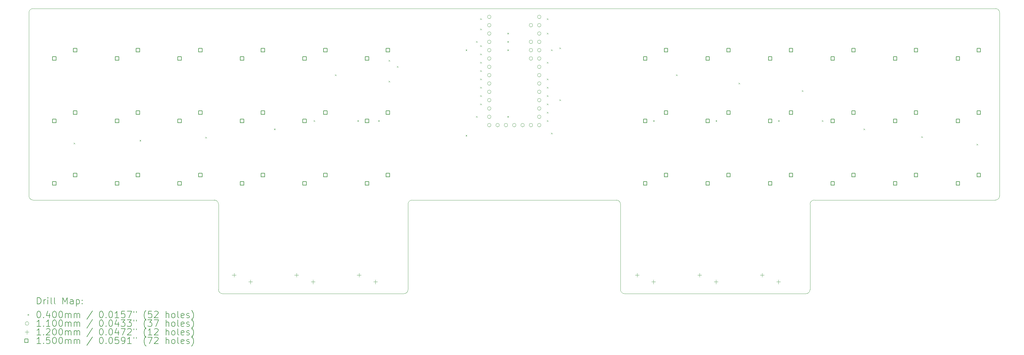
<source format=gbr>
%TF.GenerationSoftware,KiCad,Pcbnew,(6.0.7)*%
%TF.CreationDate,2022-10-12T10:08:04+02:00*%
%TF.ProjectId,cmdr_mainboard,636d6472-5f6d-4616-996e-626f6172642e,rev?*%
%TF.SameCoordinates,Original*%
%TF.FileFunction,Drillmap*%
%TF.FilePolarity,Positive*%
%FSLAX45Y45*%
G04 Gerber Fmt 4.5, Leading zero omitted, Abs format (unit mm)*
G04 Created by KiCad (PCBNEW (6.0.7)) date 2022-10-12 10:08:04*
%MOMM*%
%LPD*%
G01*
G04 APERTURE LIST*
%ADD10C,0.050000*%
%ADD11C,0.200000*%
%ADD12C,0.040000*%
%ADD13C,0.110000*%
%ADD14C,0.120000*%
%ADD15C,0.150000*%
G04 APERTURE END LIST*
D10*
X6223000Y-16510000D02*
G75*
G03*
X6350000Y-16637000I127000J0D01*
G01*
X17907000Y-16637000D02*
G75*
G03*
X17780000Y-16764000I0J-127000D01*
G01*
X30162500Y-16637000D02*
G75*
G03*
X30035500Y-16764000I0J-127000D01*
G01*
X35814000Y-16510000D02*
X35814633Y-10922000D01*
X6350000Y-16637000D02*
X11874500Y-16637000D01*
X17780000Y-16764000D02*
X17780000Y-19367500D01*
X29908500Y-19494500D02*
X24384000Y-19494500D01*
X30162500Y-16637000D02*
X35687000Y-16637000D01*
X30035500Y-16764000D02*
X30035500Y-19367500D01*
X17653000Y-19494500D02*
X12128500Y-19494500D01*
X35814633Y-10922000D02*
G75*
G03*
X35699700Y-10795000I-127633J0D01*
G01*
X12001500Y-19367500D02*
G75*
G03*
X12128500Y-19494500I127000J0D01*
G01*
X17653000Y-19494500D02*
G75*
G03*
X17780000Y-19367500I0J127000D01*
G01*
X12001500Y-19367500D02*
X12001500Y-16764000D01*
X35699700Y-10795000D02*
X6350000Y-10795000D01*
X12001500Y-16764000D02*
G75*
G03*
X11874500Y-16637000I-127000J0D01*
G01*
X29908500Y-19494500D02*
G75*
G03*
X30035500Y-19367500I0J127000D01*
G01*
X24257000Y-19367500D02*
G75*
G03*
X24384000Y-19494500I127000J0D01*
G01*
X35687000Y-16637000D02*
G75*
G03*
X35814000Y-16510000I0J127000D01*
G01*
X24257000Y-16764000D02*
G75*
G03*
X24130000Y-16637000I-127000J0D01*
G01*
X24257000Y-19367500D02*
X24257000Y-16764000D01*
X6223000Y-10922000D02*
X6223000Y-16510000D01*
X6350000Y-10795000D02*
G75*
G03*
X6223000Y-10922000I0J-127000D01*
G01*
X24130000Y-16637000D02*
X17907000Y-16637000D01*
D11*
D12*
X7587250Y-14889750D02*
X7627250Y-14929750D01*
X7627250Y-14889750D02*
X7587250Y-14929750D01*
X9598159Y-14805159D02*
X9638159Y-14845159D01*
X9638159Y-14805159D02*
X9598159Y-14845159D01*
X11598409Y-14709909D02*
X11638409Y-14749909D01*
X11638409Y-14709909D02*
X11598409Y-14749909D01*
X13696000Y-14458000D02*
X13736000Y-14498000D01*
X13736000Y-14458000D02*
X13696000Y-14498000D01*
X14902500Y-14204000D02*
X14942500Y-14244000D01*
X14942500Y-14204000D02*
X14902500Y-14244000D01*
X15551161Y-12807000D02*
X15591161Y-12847000D01*
X15591161Y-12807000D02*
X15551161Y-12847000D01*
X16236000Y-14204000D02*
X16276000Y-14244000D01*
X16276000Y-14204000D02*
X16236000Y-14244000D01*
X16871000Y-14204000D02*
X16911000Y-14244000D01*
X16911000Y-14204000D02*
X16871000Y-14244000D01*
X17188500Y-12362500D02*
X17228500Y-12402500D01*
X17228500Y-12362500D02*
X17188500Y-12402500D01*
X17188500Y-12997500D02*
X17228500Y-13037500D01*
X17228500Y-12997500D02*
X17188500Y-13037500D01*
X17442500Y-12553000D02*
X17482500Y-12593000D01*
X17482500Y-12553000D02*
X17442500Y-12593000D01*
X19538000Y-12045000D02*
X19578000Y-12085000D01*
X19578000Y-12045000D02*
X19538000Y-12085000D01*
X19538000Y-14648500D02*
X19578000Y-14688500D01*
X19578000Y-14648500D02*
X19538000Y-14688500D01*
X19855500Y-11791000D02*
X19895500Y-11831000D01*
X19895500Y-11791000D02*
X19855500Y-11831000D01*
X19855500Y-14077000D02*
X19895500Y-14117000D01*
X19895500Y-14077000D02*
X19855500Y-14117000D01*
X19982500Y-11092500D02*
X20022500Y-11132500D01*
X20022500Y-11092500D02*
X19982500Y-11132500D01*
X19982500Y-11410000D02*
X20022500Y-11450000D01*
X20022500Y-11410000D02*
X19982500Y-11450000D01*
X19982500Y-11918000D02*
X20022500Y-11958000D01*
X20022500Y-11918000D02*
X19982500Y-11958000D01*
X19982500Y-12172000D02*
X20022500Y-12212000D01*
X20022500Y-12172000D02*
X19982500Y-12212000D01*
X19982500Y-12426000D02*
X20022500Y-12466000D01*
X20022500Y-12426000D02*
X19982500Y-12466000D01*
X19982500Y-12680000D02*
X20022500Y-12720000D01*
X20022500Y-12680000D02*
X19982500Y-12720000D01*
X19982500Y-12934000D02*
X20022500Y-12974000D01*
X20022500Y-12934000D02*
X19982500Y-12974000D01*
X19982500Y-13188000D02*
X20022500Y-13228000D01*
X20022500Y-13188000D02*
X19982500Y-13228000D01*
X19982500Y-13442000D02*
X20022500Y-13482000D01*
X20022500Y-13442000D02*
X19982500Y-13482000D01*
X19982500Y-13696000D02*
X20022500Y-13736000D01*
X20022500Y-13696000D02*
X19982500Y-13736000D01*
X20808000Y-11537000D02*
X20848000Y-11577000D01*
X20848000Y-11537000D02*
X20808000Y-11577000D01*
X20808000Y-11791000D02*
X20848000Y-11831000D01*
X20848000Y-11791000D02*
X20808000Y-11831000D01*
X20808000Y-12045000D02*
X20848000Y-12085000D01*
X20848000Y-12045000D02*
X20808000Y-12085000D01*
X20808000Y-14077000D02*
X20848000Y-14117000D01*
X20848000Y-14077000D02*
X20808000Y-14117000D01*
X22014500Y-11092500D02*
X22054500Y-11132500D01*
X22054500Y-11092500D02*
X22014500Y-11132500D01*
X22014500Y-11537000D02*
X22054500Y-11577000D01*
X22054500Y-11537000D02*
X22014500Y-11577000D01*
X22014500Y-12426000D02*
X22054500Y-12466000D01*
X22054500Y-12426000D02*
X22014500Y-12466000D01*
X22014500Y-12934000D02*
X22054500Y-12974000D01*
X22054500Y-12934000D02*
X22014500Y-12974000D01*
X22014500Y-13188000D02*
X22054500Y-13228000D01*
X22054500Y-13188000D02*
X22014500Y-13228000D01*
X22014500Y-13442000D02*
X22054500Y-13482000D01*
X22054500Y-13442000D02*
X22014500Y-13482000D01*
X22014500Y-13696000D02*
X22054500Y-13736000D01*
X22054500Y-13696000D02*
X22014500Y-13736000D01*
X22014500Y-13950000D02*
X22054500Y-13990000D01*
X22054500Y-13950000D02*
X22014500Y-13990000D01*
X22014500Y-14204000D02*
X22054500Y-14244000D01*
X22054500Y-14204000D02*
X22014500Y-14244000D01*
X22141500Y-12045000D02*
X22181500Y-12085000D01*
X22181500Y-12045000D02*
X22141500Y-12085000D01*
X22141500Y-14585000D02*
X22181500Y-14625000D01*
X22181500Y-14585000D02*
X22141500Y-14625000D01*
X22395500Y-11981500D02*
X22435500Y-12021500D01*
X22435500Y-11981500D02*
X22395500Y-12021500D01*
X22395500Y-13569000D02*
X22435500Y-13609000D01*
X22435500Y-13569000D02*
X22395500Y-13609000D01*
X25253000Y-14204000D02*
X25293000Y-14244000D01*
X25293000Y-14204000D02*
X25253000Y-14244000D01*
X25951500Y-12807000D02*
X25991500Y-12847000D01*
X25991500Y-12807000D02*
X25951500Y-12847000D01*
X27158000Y-14204000D02*
X27198000Y-14244000D01*
X27198000Y-14204000D02*
X27158000Y-14244000D01*
X27856500Y-13061000D02*
X27896500Y-13101000D01*
X27896500Y-13061000D02*
X27856500Y-13101000D01*
X29063000Y-14204000D02*
X29103000Y-14244000D01*
X29103000Y-14204000D02*
X29063000Y-14244000D01*
X29788262Y-13288238D02*
X29828262Y-13328238D01*
X29828262Y-13288238D02*
X29788262Y-13328238D01*
X30396500Y-14204000D02*
X30436500Y-14244000D01*
X30436500Y-14204000D02*
X30396500Y-14244000D01*
X31666500Y-14458000D02*
X31706500Y-14498000D01*
X31706500Y-14458000D02*
X31666500Y-14498000D01*
X33426104Y-14693604D02*
X33466104Y-14733604D01*
X33466104Y-14693604D02*
X33426104Y-14733604D01*
X35114500Y-14921500D02*
X35154500Y-14961500D01*
X35154500Y-14921500D02*
X35114500Y-14961500D01*
D13*
X20311500Y-11049000D02*
G75*
G03*
X20311500Y-11049000I-55000J0D01*
G01*
X20311500Y-11303000D02*
G75*
G03*
X20311500Y-11303000I-55000J0D01*
G01*
X20311500Y-11557000D02*
G75*
G03*
X20311500Y-11557000I-55000J0D01*
G01*
X20311500Y-11811000D02*
G75*
G03*
X20311500Y-11811000I-55000J0D01*
G01*
X20311500Y-12065000D02*
G75*
G03*
X20311500Y-12065000I-55000J0D01*
G01*
X20311500Y-12319000D02*
G75*
G03*
X20311500Y-12319000I-55000J0D01*
G01*
X20311500Y-12573000D02*
G75*
G03*
X20311500Y-12573000I-55000J0D01*
G01*
X20311500Y-12827000D02*
G75*
G03*
X20311500Y-12827000I-55000J0D01*
G01*
X20311500Y-13081000D02*
G75*
G03*
X20311500Y-13081000I-55000J0D01*
G01*
X20311500Y-13335000D02*
G75*
G03*
X20311500Y-13335000I-55000J0D01*
G01*
X20311500Y-13589000D02*
G75*
G03*
X20311500Y-13589000I-55000J0D01*
G01*
X20311500Y-13843000D02*
G75*
G03*
X20311500Y-13843000I-55000J0D01*
G01*
X20311500Y-14097000D02*
G75*
G03*
X20311500Y-14097000I-55000J0D01*
G01*
X20311500Y-14351000D02*
G75*
G03*
X20311500Y-14351000I-55000J0D01*
G01*
X20565500Y-14351000D02*
G75*
G03*
X20565500Y-14351000I-55000J0D01*
G01*
X20819500Y-14351000D02*
G75*
G03*
X20819500Y-14351000I-55000J0D01*
G01*
X21073500Y-14351000D02*
G75*
G03*
X21073500Y-14351000I-55000J0D01*
G01*
X21327500Y-14351000D02*
G75*
G03*
X21327500Y-14351000I-55000J0D01*
G01*
X21581500Y-11303000D02*
G75*
G03*
X21581500Y-11303000I-55000J0D01*
G01*
X21581500Y-11811000D02*
G75*
G03*
X21581500Y-11811000I-55000J0D01*
G01*
X21581500Y-12065000D02*
G75*
G03*
X21581500Y-12065000I-55000J0D01*
G01*
X21581500Y-12319000D02*
G75*
G03*
X21581500Y-12319000I-55000J0D01*
G01*
X21581500Y-14351000D02*
G75*
G03*
X21581500Y-14351000I-55000J0D01*
G01*
X21835500Y-11049000D02*
G75*
G03*
X21835500Y-11049000I-55000J0D01*
G01*
X21835500Y-11303000D02*
G75*
G03*
X21835500Y-11303000I-55000J0D01*
G01*
X21835500Y-11557000D02*
G75*
G03*
X21835500Y-11557000I-55000J0D01*
G01*
X21835500Y-11811000D02*
G75*
G03*
X21835500Y-11811000I-55000J0D01*
G01*
X21835500Y-12065000D02*
G75*
G03*
X21835500Y-12065000I-55000J0D01*
G01*
X21835500Y-12319000D02*
G75*
G03*
X21835500Y-12319000I-55000J0D01*
G01*
X21835500Y-12573000D02*
G75*
G03*
X21835500Y-12573000I-55000J0D01*
G01*
X21835500Y-12827000D02*
G75*
G03*
X21835500Y-12827000I-55000J0D01*
G01*
X21835500Y-13081000D02*
G75*
G03*
X21835500Y-13081000I-55000J0D01*
G01*
X21835500Y-13335000D02*
G75*
G03*
X21835500Y-13335000I-55000J0D01*
G01*
X21835500Y-13589000D02*
G75*
G03*
X21835500Y-13589000I-55000J0D01*
G01*
X21835500Y-13843000D02*
G75*
G03*
X21835500Y-13843000I-55000J0D01*
G01*
X21835500Y-14097000D02*
G75*
G03*
X21835500Y-14097000I-55000J0D01*
G01*
X21835500Y-14351000D02*
G75*
G03*
X21835500Y-14351000I-55000J0D01*
G01*
D14*
X12475318Y-18862000D02*
X12475318Y-18982000D01*
X12415318Y-18922000D02*
X12535318Y-18922000D01*
X12975318Y-19072000D02*
X12975318Y-19192000D01*
X12915318Y-19132000D02*
X13035318Y-19132000D01*
X14380318Y-18862000D02*
X14380318Y-18982000D01*
X14320318Y-18922000D02*
X14440318Y-18922000D01*
X14880318Y-19072000D02*
X14880318Y-19192000D01*
X14820318Y-19132000D02*
X14940318Y-19132000D01*
X16285318Y-18862000D02*
X16285318Y-18982000D01*
X16225318Y-18922000D02*
X16345318Y-18922000D01*
X16785318Y-19072000D02*
X16785318Y-19192000D01*
X16725318Y-19132000D02*
X16845318Y-19132000D01*
X24761708Y-18862000D02*
X24761708Y-18982000D01*
X24701708Y-18922000D02*
X24821708Y-18922000D01*
X25261708Y-19072000D02*
X25261708Y-19192000D01*
X25201708Y-19132000D02*
X25321708Y-19132000D01*
X26666708Y-18862000D02*
X26666708Y-18982000D01*
X26606708Y-18922000D02*
X26726708Y-18922000D01*
X27166708Y-19072000D02*
X27166708Y-19192000D01*
X27106708Y-19132000D02*
X27226708Y-19132000D01*
X28571708Y-18862000D02*
X28571708Y-18982000D01*
X28511708Y-18922000D02*
X28631708Y-18922000D01*
X29071708Y-19072000D02*
X29071708Y-19192000D01*
X29011708Y-19132000D02*
X29131708Y-19132000D01*
D15*
X7050733Y-12372033D02*
X7050733Y-12265966D01*
X6944666Y-12265966D01*
X6944666Y-12372033D01*
X7050733Y-12372033D01*
X7050733Y-14277033D02*
X7050733Y-14170966D01*
X6944666Y-14170966D01*
X6944666Y-14277033D01*
X7050733Y-14277033D01*
X7050733Y-16182033D02*
X7050733Y-16075966D01*
X6944666Y-16075966D01*
X6944666Y-16182033D01*
X7050733Y-16182033D01*
X7685733Y-12118033D02*
X7685733Y-12011966D01*
X7579666Y-12011966D01*
X7579666Y-12118033D01*
X7685733Y-12118033D01*
X7685733Y-14023033D02*
X7685733Y-13916966D01*
X7579666Y-13916966D01*
X7579666Y-14023033D01*
X7685733Y-14023033D01*
X7685733Y-15928033D02*
X7685733Y-15821966D01*
X7579666Y-15821966D01*
X7579666Y-15928033D01*
X7685733Y-15928033D01*
X8964352Y-12372033D02*
X8964352Y-12265966D01*
X8858285Y-12265966D01*
X8858285Y-12372033D01*
X8964352Y-12372033D01*
X8964352Y-14277033D02*
X8964352Y-14170966D01*
X8858285Y-14170966D01*
X8858285Y-14277033D01*
X8964352Y-14277033D01*
X8964352Y-16182033D02*
X8964352Y-16075966D01*
X8858285Y-16075966D01*
X8858285Y-16182033D01*
X8964352Y-16182033D01*
X9599352Y-12118033D02*
X9599352Y-12011966D01*
X9493285Y-12011966D01*
X9493285Y-12118033D01*
X9599352Y-12118033D01*
X9599352Y-14023033D02*
X9599352Y-13916966D01*
X9493285Y-13916966D01*
X9493285Y-14023033D01*
X9599352Y-14023033D01*
X9599352Y-15928033D02*
X9599352Y-15821966D01*
X9493285Y-15821966D01*
X9493285Y-15928033D01*
X9599352Y-15928033D01*
X10869352Y-12372033D02*
X10869352Y-12265966D01*
X10763285Y-12265966D01*
X10763285Y-12372033D01*
X10869352Y-12372033D01*
X10869352Y-14277033D02*
X10869352Y-14170966D01*
X10763285Y-14170966D01*
X10763285Y-14277033D01*
X10869352Y-14277033D01*
X10869352Y-16182033D02*
X10869352Y-16075966D01*
X10763285Y-16075966D01*
X10763285Y-16182033D01*
X10869352Y-16182033D01*
X11504351Y-12118033D02*
X11504351Y-12011966D01*
X11398284Y-12011966D01*
X11398284Y-12118033D01*
X11504351Y-12118033D01*
X11504351Y-14023033D02*
X11504351Y-13916966D01*
X11398284Y-13916966D01*
X11398284Y-14023033D01*
X11504351Y-14023033D01*
X11504351Y-15928033D02*
X11504351Y-15821966D01*
X11398284Y-15821966D01*
X11398284Y-15928033D01*
X11504351Y-15928033D01*
X12774351Y-12372033D02*
X12774351Y-12265966D01*
X12668284Y-12265966D01*
X12668284Y-12372033D01*
X12774351Y-12372033D01*
X12774351Y-14277033D02*
X12774351Y-14170966D01*
X12668284Y-14170966D01*
X12668284Y-14277033D01*
X12774351Y-14277033D01*
X12774351Y-16182033D02*
X12774351Y-16075966D01*
X12668284Y-16075966D01*
X12668284Y-16182033D01*
X12774351Y-16182033D01*
X13409351Y-12118033D02*
X13409351Y-12011966D01*
X13303284Y-12011966D01*
X13303284Y-12118033D01*
X13409351Y-12118033D01*
X13409351Y-14023033D02*
X13409351Y-13916966D01*
X13303284Y-13916966D01*
X13303284Y-14023033D01*
X13409351Y-14023033D01*
X13409351Y-15928033D02*
X13409351Y-15821966D01*
X13303284Y-15821966D01*
X13303284Y-15928033D01*
X13409351Y-15928033D01*
X14679351Y-12372033D02*
X14679351Y-12265966D01*
X14573284Y-12265966D01*
X14573284Y-12372033D01*
X14679351Y-12372033D01*
X14679351Y-14277033D02*
X14679351Y-14170966D01*
X14573284Y-14170966D01*
X14573284Y-14277033D01*
X14679351Y-14277033D01*
X14679351Y-16182033D02*
X14679351Y-16075966D01*
X14573284Y-16075966D01*
X14573284Y-16182033D01*
X14679351Y-16182033D01*
X15314351Y-12118033D02*
X15314351Y-12011966D01*
X15208284Y-12011966D01*
X15208284Y-12118033D01*
X15314351Y-12118033D01*
X15314351Y-14023033D02*
X15314351Y-13916966D01*
X15208284Y-13916966D01*
X15208284Y-14023033D01*
X15314351Y-14023033D01*
X15314351Y-15928033D02*
X15314351Y-15821966D01*
X15208284Y-15821966D01*
X15208284Y-15928033D01*
X15314351Y-15928033D01*
X16584351Y-12372033D02*
X16584351Y-12265966D01*
X16478284Y-12265966D01*
X16478284Y-12372033D01*
X16584351Y-12372033D01*
X16584351Y-14277033D02*
X16584351Y-14170966D01*
X16478284Y-14170966D01*
X16478284Y-14277033D01*
X16584351Y-14277033D01*
X16584351Y-16182033D02*
X16584351Y-16075966D01*
X16478284Y-16075966D01*
X16478284Y-16182033D01*
X16584351Y-16182033D01*
X17219352Y-12118033D02*
X17219352Y-12011966D01*
X17113285Y-12011966D01*
X17113285Y-12118033D01*
X17219352Y-12118033D01*
X17219352Y-14023033D02*
X17219352Y-13916966D01*
X17113285Y-13916966D01*
X17113285Y-14023033D01*
X17219352Y-14023033D01*
X17219352Y-15928033D02*
X17219352Y-15821966D01*
X17113285Y-15821966D01*
X17113285Y-15928033D01*
X17219352Y-15928033D01*
X25060742Y-12372033D02*
X25060742Y-12265966D01*
X24954675Y-12265966D01*
X24954675Y-12372033D01*
X25060742Y-12372033D01*
X25060742Y-14277033D02*
X25060742Y-14170966D01*
X24954675Y-14170966D01*
X24954675Y-14277033D01*
X25060742Y-14277033D01*
X25060742Y-16182033D02*
X25060742Y-16075966D01*
X24954675Y-16075966D01*
X24954675Y-16182033D01*
X25060742Y-16182033D01*
X25695742Y-12118033D02*
X25695742Y-12011966D01*
X25589675Y-12011966D01*
X25589675Y-12118033D01*
X25695742Y-12118033D01*
X25695742Y-14023033D02*
X25695742Y-13916966D01*
X25589675Y-13916966D01*
X25589675Y-14023033D01*
X25695742Y-14023033D01*
X25695742Y-15928033D02*
X25695742Y-15821966D01*
X25589675Y-15821966D01*
X25589675Y-15928033D01*
X25695742Y-15928033D01*
X26965742Y-12372033D02*
X26965742Y-12265966D01*
X26859675Y-12265966D01*
X26859675Y-12372033D01*
X26965742Y-12372033D01*
X26965742Y-14277033D02*
X26965742Y-14170966D01*
X26859675Y-14170966D01*
X26859675Y-14277033D01*
X26965742Y-14277033D01*
X26965742Y-16182033D02*
X26965742Y-16075966D01*
X26859675Y-16075966D01*
X26859675Y-16182033D01*
X26965742Y-16182033D01*
X27600742Y-12118033D02*
X27600742Y-12011966D01*
X27494675Y-12011966D01*
X27494675Y-12118033D01*
X27600742Y-12118033D01*
X27600742Y-14023033D02*
X27600742Y-13916966D01*
X27494675Y-13916966D01*
X27494675Y-14023033D01*
X27600742Y-14023033D01*
X27600742Y-15928033D02*
X27600742Y-15821966D01*
X27494675Y-15821966D01*
X27494675Y-15928033D01*
X27600742Y-15928033D01*
X28870742Y-12372033D02*
X28870742Y-12265966D01*
X28764675Y-12265966D01*
X28764675Y-12372033D01*
X28870742Y-12372033D01*
X28870742Y-14277033D02*
X28870742Y-14170966D01*
X28764675Y-14170966D01*
X28764675Y-14277033D01*
X28870742Y-14277033D01*
X28870742Y-16182033D02*
X28870742Y-16075966D01*
X28764675Y-16075966D01*
X28764675Y-16182033D01*
X28870742Y-16182033D01*
X29505742Y-12118033D02*
X29505742Y-12011966D01*
X29399675Y-12011966D01*
X29399675Y-12118033D01*
X29505742Y-12118033D01*
X29505742Y-14023033D02*
X29505742Y-13916966D01*
X29399675Y-13916966D01*
X29399675Y-14023033D01*
X29505742Y-14023033D01*
X29505742Y-15928033D02*
X29505742Y-15821966D01*
X29399675Y-15821966D01*
X29399675Y-15928033D01*
X29505742Y-15928033D01*
X30775742Y-12372033D02*
X30775742Y-12265966D01*
X30669675Y-12265966D01*
X30669675Y-12372033D01*
X30775742Y-12372033D01*
X30775742Y-14277033D02*
X30775742Y-14170966D01*
X30669675Y-14170966D01*
X30669675Y-14277033D01*
X30775742Y-14277033D01*
X30775742Y-16182033D02*
X30775742Y-16075966D01*
X30669675Y-16075966D01*
X30669675Y-16182033D01*
X30775742Y-16182033D01*
X31410742Y-12118033D02*
X31410742Y-12011966D01*
X31304675Y-12011966D01*
X31304675Y-12118033D01*
X31410742Y-12118033D01*
X31410742Y-14023033D02*
X31410742Y-13916966D01*
X31304675Y-13916966D01*
X31304675Y-14023033D01*
X31410742Y-14023033D01*
X31410742Y-15928033D02*
X31410742Y-15821966D01*
X31304675Y-15821966D01*
X31304675Y-15928033D01*
X31410742Y-15928033D01*
X32680742Y-12372033D02*
X32680742Y-12265966D01*
X32574675Y-12265966D01*
X32574675Y-12372033D01*
X32680742Y-12372033D01*
X32680742Y-14277033D02*
X32680742Y-14170966D01*
X32574675Y-14170966D01*
X32574675Y-14277033D01*
X32680742Y-14277033D01*
X32680742Y-16182033D02*
X32680742Y-16075966D01*
X32574675Y-16075966D01*
X32574675Y-16182033D01*
X32680742Y-16182033D01*
X33315742Y-12118033D02*
X33315742Y-12011966D01*
X33209675Y-12011966D01*
X33209675Y-12118033D01*
X33315742Y-12118033D01*
X33315742Y-14023033D02*
X33315742Y-13916966D01*
X33209675Y-13916966D01*
X33209675Y-14023033D01*
X33315742Y-14023033D01*
X33315742Y-15928033D02*
X33315742Y-15821966D01*
X33209675Y-15821966D01*
X33209675Y-15928033D01*
X33315742Y-15928033D01*
X34597034Y-12372033D02*
X34597034Y-12265966D01*
X34490967Y-12265966D01*
X34490967Y-12372033D01*
X34597034Y-12372033D01*
X34597034Y-14277033D02*
X34597034Y-14170966D01*
X34490967Y-14170966D01*
X34490967Y-14277033D01*
X34597034Y-14277033D01*
X34597034Y-16182033D02*
X34597034Y-16075966D01*
X34490967Y-16075966D01*
X34490967Y-16182033D01*
X34597034Y-16182033D01*
X35232034Y-12118033D02*
X35232034Y-12011966D01*
X35125967Y-12011966D01*
X35125967Y-12118033D01*
X35232034Y-12118033D01*
X35232034Y-14023033D02*
X35232034Y-13916966D01*
X35125967Y-13916966D01*
X35125967Y-14023033D01*
X35232034Y-14023033D01*
X35232034Y-15928033D02*
X35232034Y-15821966D01*
X35125967Y-15821966D01*
X35125967Y-15928033D01*
X35232034Y-15928033D01*
D11*
X6478119Y-19807476D02*
X6478119Y-19607476D01*
X6525738Y-19607476D01*
X6554309Y-19617000D01*
X6573357Y-19636048D01*
X6582881Y-19655095D01*
X6592405Y-19693190D01*
X6592405Y-19721762D01*
X6582881Y-19759857D01*
X6573357Y-19778905D01*
X6554309Y-19797952D01*
X6525738Y-19807476D01*
X6478119Y-19807476D01*
X6678119Y-19807476D02*
X6678119Y-19674143D01*
X6678119Y-19712238D02*
X6687643Y-19693190D01*
X6697167Y-19683667D01*
X6716214Y-19674143D01*
X6735262Y-19674143D01*
X6801928Y-19807476D02*
X6801928Y-19674143D01*
X6801928Y-19607476D02*
X6792405Y-19617000D01*
X6801928Y-19626524D01*
X6811452Y-19617000D01*
X6801928Y-19607476D01*
X6801928Y-19626524D01*
X6925738Y-19807476D02*
X6906690Y-19797952D01*
X6897167Y-19778905D01*
X6897167Y-19607476D01*
X7030500Y-19807476D02*
X7011452Y-19797952D01*
X7001928Y-19778905D01*
X7001928Y-19607476D01*
X7259071Y-19807476D02*
X7259071Y-19607476D01*
X7325738Y-19750333D01*
X7392405Y-19607476D01*
X7392405Y-19807476D01*
X7573357Y-19807476D02*
X7573357Y-19702714D01*
X7563833Y-19683667D01*
X7544786Y-19674143D01*
X7506690Y-19674143D01*
X7487643Y-19683667D01*
X7573357Y-19797952D02*
X7554309Y-19807476D01*
X7506690Y-19807476D01*
X7487643Y-19797952D01*
X7478119Y-19778905D01*
X7478119Y-19759857D01*
X7487643Y-19740810D01*
X7506690Y-19731286D01*
X7554309Y-19731286D01*
X7573357Y-19721762D01*
X7668595Y-19674143D02*
X7668595Y-19874143D01*
X7668595Y-19683667D02*
X7687643Y-19674143D01*
X7725738Y-19674143D01*
X7744786Y-19683667D01*
X7754309Y-19693190D01*
X7763833Y-19712238D01*
X7763833Y-19769381D01*
X7754309Y-19788429D01*
X7744786Y-19797952D01*
X7725738Y-19807476D01*
X7687643Y-19807476D01*
X7668595Y-19797952D01*
X7849548Y-19788429D02*
X7859071Y-19797952D01*
X7849548Y-19807476D01*
X7840024Y-19797952D01*
X7849548Y-19788429D01*
X7849548Y-19807476D01*
X7849548Y-19683667D02*
X7859071Y-19693190D01*
X7849548Y-19702714D01*
X7840024Y-19693190D01*
X7849548Y-19683667D01*
X7849548Y-19702714D01*
D12*
X6180500Y-20117000D02*
X6220500Y-20157000D01*
X6220500Y-20117000D02*
X6180500Y-20157000D01*
D11*
X6516214Y-20027476D02*
X6535262Y-20027476D01*
X6554309Y-20037000D01*
X6563833Y-20046524D01*
X6573357Y-20065571D01*
X6582881Y-20103667D01*
X6582881Y-20151286D01*
X6573357Y-20189381D01*
X6563833Y-20208429D01*
X6554309Y-20217952D01*
X6535262Y-20227476D01*
X6516214Y-20227476D01*
X6497167Y-20217952D01*
X6487643Y-20208429D01*
X6478119Y-20189381D01*
X6468595Y-20151286D01*
X6468595Y-20103667D01*
X6478119Y-20065571D01*
X6487643Y-20046524D01*
X6497167Y-20037000D01*
X6516214Y-20027476D01*
X6668595Y-20208429D02*
X6678119Y-20217952D01*
X6668595Y-20227476D01*
X6659071Y-20217952D01*
X6668595Y-20208429D01*
X6668595Y-20227476D01*
X6849548Y-20094143D02*
X6849548Y-20227476D01*
X6801928Y-20017952D02*
X6754309Y-20160810D01*
X6878119Y-20160810D01*
X6992405Y-20027476D02*
X7011452Y-20027476D01*
X7030500Y-20037000D01*
X7040024Y-20046524D01*
X7049548Y-20065571D01*
X7059071Y-20103667D01*
X7059071Y-20151286D01*
X7049548Y-20189381D01*
X7040024Y-20208429D01*
X7030500Y-20217952D01*
X7011452Y-20227476D01*
X6992405Y-20227476D01*
X6973357Y-20217952D01*
X6963833Y-20208429D01*
X6954309Y-20189381D01*
X6944786Y-20151286D01*
X6944786Y-20103667D01*
X6954309Y-20065571D01*
X6963833Y-20046524D01*
X6973357Y-20037000D01*
X6992405Y-20027476D01*
X7182881Y-20027476D02*
X7201928Y-20027476D01*
X7220976Y-20037000D01*
X7230500Y-20046524D01*
X7240024Y-20065571D01*
X7249548Y-20103667D01*
X7249548Y-20151286D01*
X7240024Y-20189381D01*
X7230500Y-20208429D01*
X7220976Y-20217952D01*
X7201928Y-20227476D01*
X7182881Y-20227476D01*
X7163833Y-20217952D01*
X7154309Y-20208429D01*
X7144786Y-20189381D01*
X7135262Y-20151286D01*
X7135262Y-20103667D01*
X7144786Y-20065571D01*
X7154309Y-20046524D01*
X7163833Y-20037000D01*
X7182881Y-20027476D01*
X7335262Y-20227476D02*
X7335262Y-20094143D01*
X7335262Y-20113190D02*
X7344786Y-20103667D01*
X7363833Y-20094143D01*
X7392405Y-20094143D01*
X7411452Y-20103667D01*
X7420976Y-20122714D01*
X7420976Y-20227476D01*
X7420976Y-20122714D02*
X7430500Y-20103667D01*
X7449548Y-20094143D01*
X7478119Y-20094143D01*
X7497167Y-20103667D01*
X7506690Y-20122714D01*
X7506690Y-20227476D01*
X7601928Y-20227476D02*
X7601928Y-20094143D01*
X7601928Y-20113190D02*
X7611452Y-20103667D01*
X7630500Y-20094143D01*
X7659071Y-20094143D01*
X7678119Y-20103667D01*
X7687643Y-20122714D01*
X7687643Y-20227476D01*
X7687643Y-20122714D02*
X7697167Y-20103667D01*
X7716214Y-20094143D01*
X7744786Y-20094143D01*
X7763833Y-20103667D01*
X7773357Y-20122714D01*
X7773357Y-20227476D01*
X8163833Y-20017952D02*
X7992405Y-20275095D01*
X8420976Y-20027476D02*
X8440024Y-20027476D01*
X8459071Y-20037000D01*
X8468595Y-20046524D01*
X8478119Y-20065571D01*
X8487643Y-20103667D01*
X8487643Y-20151286D01*
X8478119Y-20189381D01*
X8468595Y-20208429D01*
X8459071Y-20217952D01*
X8440024Y-20227476D01*
X8420976Y-20227476D01*
X8401929Y-20217952D01*
X8392405Y-20208429D01*
X8382881Y-20189381D01*
X8373357Y-20151286D01*
X8373357Y-20103667D01*
X8382881Y-20065571D01*
X8392405Y-20046524D01*
X8401929Y-20037000D01*
X8420976Y-20027476D01*
X8573357Y-20208429D02*
X8582881Y-20217952D01*
X8573357Y-20227476D01*
X8563833Y-20217952D01*
X8573357Y-20208429D01*
X8573357Y-20227476D01*
X8706690Y-20027476D02*
X8725738Y-20027476D01*
X8744786Y-20037000D01*
X8754310Y-20046524D01*
X8763833Y-20065571D01*
X8773357Y-20103667D01*
X8773357Y-20151286D01*
X8763833Y-20189381D01*
X8754310Y-20208429D01*
X8744786Y-20217952D01*
X8725738Y-20227476D01*
X8706690Y-20227476D01*
X8687643Y-20217952D01*
X8678119Y-20208429D01*
X8668595Y-20189381D01*
X8659071Y-20151286D01*
X8659071Y-20103667D01*
X8668595Y-20065571D01*
X8678119Y-20046524D01*
X8687643Y-20037000D01*
X8706690Y-20027476D01*
X8963833Y-20227476D02*
X8849548Y-20227476D01*
X8906690Y-20227476D02*
X8906690Y-20027476D01*
X8887643Y-20056048D01*
X8868595Y-20075095D01*
X8849548Y-20084619D01*
X9144786Y-20027476D02*
X9049548Y-20027476D01*
X9040024Y-20122714D01*
X9049548Y-20113190D01*
X9068595Y-20103667D01*
X9116214Y-20103667D01*
X9135262Y-20113190D01*
X9144786Y-20122714D01*
X9154310Y-20141762D01*
X9154310Y-20189381D01*
X9144786Y-20208429D01*
X9135262Y-20217952D01*
X9116214Y-20227476D01*
X9068595Y-20227476D01*
X9049548Y-20217952D01*
X9040024Y-20208429D01*
X9220976Y-20027476D02*
X9354310Y-20027476D01*
X9268595Y-20227476D01*
X9420976Y-20027476D02*
X9420976Y-20065571D01*
X9497167Y-20027476D02*
X9497167Y-20065571D01*
X9792405Y-20303667D02*
X9782881Y-20294143D01*
X9763833Y-20265571D01*
X9754310Y-20246524D01*
X9744786Y-20217952D01*
X9735262Y-20170333D01*
X9735262Y-20132238D01*
X9744786Y-20084619D01*
X9754310Y-20056048D01*
X9763833Y-20037000D01*
X9782881Y-20008429D01*
X9792405Y-19998905D01*
X9963833Y-20027476D02*
X9868595Y-20027476D01*
X9859071Y-20122714D01*
X9868595Y-20113190D01*
X9887643Y-20103667D01*
X9935262Y-20103667D01*
X9954310Y-20113190D01*
X9963833Y-20122714D01*
X9973357Y-20141762D01*
X9973357Y-20189381D01*
X9963833Y-20208429D01*
X9954310Y-20217952D01*
X9935262Y-20227476D01*
X9887643Y-20227476D01*
X9868595Y-20217952D01*
X9859071Y-20208429D01*
X10049548Y-20046524D02*
X10059071Y-20037000D01*
X10078119Y-20027476D01*
X10125738Y-20027476D01*
X10144786Y-20037000D01*
X10154310Y-20046524D01*
X10163833Y-20065571D01*
X10163833Y-20084619D01*
X10154310Y-20113190D01*
X10040024Y-20227476D01*
X10163833Y-20227476D01*
X10401929Y-20227476D02*
X10401929Y-20027476D01*
X10487643Y-20227476D02*
X10487643Y-20122714D01*
X10478119Y-20103667D01*
X10459071Y-20094143D01*
X10430500Y-20094143D01*
X10411452Y-20103667D01*
X10401929Y-20113190D01*
X10611452Y-20227476D02*
X10592405Y-20217952D01*
X10582881Y-20208429D01*
X10573357Y-20189381D01*
X10573357Y-20132238D01*
X10582881Y-20113190D01*
X10592405Y-20103667D01*
X10611452Y-20094143D01*
X10640024Y-20094143D01*
X10659071Y-20103667D01*
X10668595Y-20113190D01*
X10678119Y-20132238D01*
X10678119Y-20189381D01*
X10668595Y-20208429D01*
X10659071Y-20217952D01*
X10640024Y-20227476D01*
X10611452Y-20227476D01*
X10792405Y-20227476D02*
X10773357Y-20217952D01*
X10763833Y-20198905D01*
X10763833Y-20027476D01*
X10944786Y-20217952D02*
X10925738Y-20227476D01*
X10887643Y-20227476D01*
X10868595Y-20217952D01*
X10859071Y-20198905D01*
X10859071Y-20122714D01*
X10868595Y-20103667D01*
X10887643Y-20094143D01*
X10925738Y-20094143D01*
X10944786Y-20103667D01*
X10954310Y-20122714D01*
X10954310Y-20141762D01*
X10859071Y-20160810D01*
X11030500Y-20217952D02*
X11049548Y-20227476D01*
X11087643Y-20227476D01*
X11106690Y-20217952D01*
X11116214Y-20198905D01*
X11116214Y-20189381D01*
X11106690Y-20170333D01*
X11087643Y-20160810D01*
X11059071Y-20160810D01*
X11040024Y-20151286D01*
X11030500Y-20132238D01*
X11030500Y-20122714D01*
X11040024Y-20103667D01*
X11059071Y-20094143D01*
X11087643Y-20094143D01*
X11106690Y-20103667D01*
X11182881Y-20303667D02*
X11192405Y-20294143D01*
X11211452Y-20265571D01*
X11220976Y-20246524D01*
X11230500Y-20217952D01*
X11240024Y-20170333D01*
X11240024Y-20132238D01*
X11230500Y-20084619D01*
X11220976Y-20056048D01*
X11211452Y-20037000D01*
X11192405Y-20008429D01*
X11182881Y-19998905D01*
D13*
X6220500Y-20401000D02*
G75*
G03*
X6220500Y-20401000I-55000J0D01*
G01*
D11*
X6582881Y-20491476D02*
X6468595Y-20491476D01*
X6525738Y-20491476D02*
X6525738Y-20291476D01*
X6506690Y-20320048D01*
X6487643Y-20339095D01*
X6468595Y-20348619D01*
X6668595Y-20472429D02*
X6678119Y-20481952D01*
X6668595Y-20491476D01*
X6659071Y-20481952D01*
X6668595Y-20472429D01*
X6668595Y-20491476D01*
X6868595Y-20491476D02*
X6754309Y-20491476D01*
X6811452Y-20491476D02*
X6811452Y-20291476D01*
X6792405Y-20320048D01*
X6773357Y-20339095D01*
X6754309Y-20348619D01*
X6992405Y-20291476D02*
X7011452Y-20291476D01*
X7030500Y-20301000D01*
X7040024Y-20310524D01*
X7049548Y-20329571D01*
X7059071Y-20367667D01*
X7059071Y-20415286D01*
X7049548Y-20453381D01*
X7040024Y-20472429D01*
X7030500Y-20481952D01*
X7011452Y-20491476D01*
X6992405Y-20491476D01*
X6973357Y-20481952D01*
X6963833Y-20472429D01*
X6954309Y-20453381D01*
X6944786Y-20415286D01*
X6944786Y-20367667D01*
X6954309Y-20329571D01*
X6963833Y-20310524D01*
X6973357Y-20301000D01*
X6992405Y-20291476D01*
X7182881Y-20291476D02*
X7201928Y-20291476D01*
X7220976Y-20301000D01*
X7230500Y-20310524D01*
X7240024Y-20329571D01*
X7249548Y-20367667D01*
X7249548Y-20415286D01*
X7240024Y-20453381D01*
X7230500Y-20472429D01*
X7220976Y-20481952D01*
X7201928Y-20491476D01*
X7182881Y-20491476D01*
X7163833Y-20481952D01*
X7154309Y-20472429D01*
X7144786Y-20453381D01*
X7135262Y-20415286D01*
X7135262Y-20367667D01*
X7144786Y-20329571D01*
X7154309Y-20310524D01*
X7163833Y-20301000D01*
X7182881Y-20291476D01*
X7335262Y-20491476D02*
X7335262Y-20358143D01*
X7335262Y-20377190D02*
X7344786Y-20367667D01*
X7363833Y-20358143D01*
X7392405Y-20358143D01*
X7411452Y-20367667D01*
X7420976Y-20386714D01*
X7420976Y-20491476D01*
X7420976Y-20386714D02*
X7430500Y-20367667D01*
X7449548Y-20358143D01*
X7478119Y-20358143D01*
X7497167Y-20367667D01*
X7506690Y-20386714D01*
X7506690Y-20491476D01*
X7601928Y-20491476D02*
X7601928Y-20358143D01*
X7601928Y-20377190D02*
X7611452Y-20367667D01*
X7630500Y-20358143D01*
X7659071Y-20358143D01*
X7678119Y-20367667D01*
X7687643Y-20386714D01*
X7687643Y-20491476D01*
X7687643Y-20386714D02*
X7697167Y-20367667D01*
X7716214Y-20358143D01*
X7744786Y-20358143D01*
X7763833Y-20367667D01*
X7773357Y-20386714D01*
X7773357Y-20491476D01*
X8163833Y-20281952D02*
X7992405Y-20539095D01*
X8420976Y-20291476D02*
X8440024Y-20291476D01*
X8459071Y-20301000D01*
X8468595Y-20310524D01*
X8478119Y-20329571D01*
X8487643Y-20367667D01*
X8487643Y-20415286D01*
X8478119Y-20453381D01*
X8468595Y-20472429D01*
X8459071Y-20481952D01*
X8440024Y-20491476D01*
X8420976Y-20491476D01*
X8401929Y-20481952D01*
X8392405Y-20472429D01*
X8382881Y-20453381D01*
X8373357Y-20415286D01*
X8373357Y-20367667D01*
X8382881Y-20329571D01*
X8392405Y-20310524D01*
X8401929Y-20301000D01*
X8420976Y-20291476D01*
X8573357Y-20472429D02*
X8582881Y-20481952D01*
X8573357Y-20491476D01*
X8563833Y-20481952D01*
X8573357Y-20472429D01*
X8573357Y-20491476D01*
X8706690Y-20291476D02*
X8725738Y-20291476D01*
X8744786Y-20301000D01*
X8754310Y-20310524D01*
X8763833Y-20329571D01*
X8773357Y-20367667D01*
X8773357Y-20415286D01*
X8763833Y-20453381D01*
X8754310Y-20472429D01*
X8744786Y-20481952D01*
X8725738Y-20491476D01*
X8706690Y-20491476D01*
X8687643Y-20481952D01*
X8678119Y-20472429D01*
X8668595Y-20453381D01*
X8659071Y-20415286D01*
X8659071Y-20367667D01*
X8668595Y-20329571D01*
X8678119Y-20310524D01*
X8687643Y-20301000D01*
X8706690Y-20291476D01*
X8944786Y-20358143D02*
X8944786Y-20491476D01*
X8897167Y-20281952D02*
X8849548Y-20424810D01*
X8973357Y-20424810D01*
X9030500Y-20291476D02*
X9154310Y-20291476D01*
X9087643Y-20367667D01*
X9116214Y-20367667D01*
X9135262Y-20377190D01*
X9144786Y-20386714D01*
X9154310Y-20405762D01*
X9154310Y-20453381D01*
X9144786Y-20472429D01*
X9135262Y-20481952D01*
X9116214Y-20491476D01*
X9059071Y-20491476D01*
X9040024Y-20481952D01*
X9030500Y-20472429D01*
X9220976Y-20291476D02*
X9344786Y-20291476D01*
X9278119Y-20367667D01*
X9306690Y-20367667D01*
X9325738Y-20377190D01*
X9335262Y-20386714D01*
X9344786Y-20405762D01*
X9344786Y-20453381D01*
X9335262Y-20472429D01*
X9325738Y-20481952D01*
X9306690Y-20491476D01*
X9249548Y-20491476D01*
X9230500Y-20481952D01*
X9220976Y-20472429D01*
X9420976Y-20291476D02*
X9420976Y-20329571D01*
X9497167Y-20291476D02*
X9497167Y-20329571D01*
X9792405Y-20567667D02*
X9782881Y-20558143D01*
X9763833Y-20529571D01*
X9754310Y-20510524D01*
X9744786Y-20481952D01*
X9735262Y-20434333D01*
X9735262Y-20396238D01*
X9744786Y-20348619D01*
X9754310Y-20320048D01*
X9763833Y-20301000D01*
X9782881Y-20272429D01*
X9792405Y-20262905D01*
X9849548Y-20291476D02*
X9973357Y-20291476D01*
X9906690Y-20367667D01*
X9935262Y-20367667D01*
X9954310Y-20377190D01*
X9963833Y-20386714D01*
X9973357Y-20405762D01*
X9973357Y-20453381D01*
X9963833Y-20472429D01*
X9954310Y-20481952D01*
X9935262Y-20491476D01*
X9878119Y-20491476D01*
X9859071Y-20481952D01*
X9849548Y-20472429D01*
X10040024Y-20291476D02*
X10173357Y-20291476D01*
X10087643Y-20491476D01*
X10401929Y-20491476D02*
X10401929Y-20291476D01*
X10487643Y-20491476D02*
X10487643Y-20386714D01*
X10478119Y-20367667D01*
X10459071Y-20358143D01*
X10430500Y-20358143D01*
X10411452Y-20367667D01*
X10401929Y-20377190D01*
X10611452Y-20491476D02*
X10592405Y-20481952D01*
X10582881Y-20472429D01*
X10573357Y-20453381D01*
X10573357Y-20396238D01*
X10582881Y-20377190D01*
X10592405Y-20367667D01*
X10611452Y-20358143D01*
X10640024Y-20358143D01*
X10659071Y-20367667D01*
X10668595Y-20377190D01*
X10678119Y-20396238D01*
X10678119Y-20453381D01*
X10668595Y-20472429D01*
X10659071Y-20481952D01*
X10640024Y-20491476D01*
X10611452Y-20491476D01*
X10792405Y-20491476D02*
X10773357Y-20481952D01*
X10763833Y-20462905D01*
X10763833Y-20291476D01*
X10944786Y-20481952D02*
X10925738Y-20491476D01*
X10887643Y-20491476D01*
X10868595Y-20481952D01*
X10859071Y-20462905D01*
X10859071Y-20386714D01*
X10868595Y-20367667D01*
X10887643Y-20358143D01*
X10925738Y-20358143D01*
X10944786Y-20367667D01*
X10954310Y-20386714D01*
X10954310Y-20405762D01*
X10859071Y-20424810D01*
X11030500Y-20481952D02*
X11049548Y-20491476D01*
X11087643Y-20491476D01*
X11106690Y-20481952D01*
X11116214Y-20462905D01*
X11116214Y-20453381D01*
X11106690Y-20434333D01*
X11087643Y-20424810D01*
X11059071Y-20424810D01*
X11040024Y-20415286D01*
X11030500Y-20396238D01*
X11030500Y-20386714D01*
X11040024Y-20367667D01*
X11059071Y-20358143D01*
X11087643Y-20358143D01*
X11106690Y-20367667D01*
X11182881Y-20567667D02*
X11192405Y-20558143D01*
X11211452Y-20529571D01*
X11220976Y-20510524D01*
X11230500Y-20481952D01*
X11240024Y-20434333D01*
X11240024Y-20396238D01*
X11230500Y-20348619D01*
X11220976Y-20320048D01*
X11211452Y-20301000D01*
X11192405Y-20272429D01*
X11182881Y-20262905D01*
D14*
X6160500Y-20605000D02*
X6160500Y-20725000D01*
X6100500Y-20665000D02*
X6220500Y-20665000D01*
D11*
X6582881Y-20755476D02*
X6468595Y-20755476D01*
X6525738Y-20755476D02*
X6525738Y-20555476D01*
X6506690Y-20584048D01*
X6487643Y-20603095D01*
X6468595Y-20612619D01*
X6668595Y-20736429D02*
X6678119Y-20745952D01*
X6668595Y-20755476D01*
X6659071Y-20745952D01*
X6668595Y-20736429D01*
X6668595Y-20755476D01*
X6754309Y-20574524D02*
X6763833Y-20565000D01*
X6782881Y-20555476D01*
X6830500Y-20555476D01*
X6849548Y-20565000D01*
X6859071Y-20574524D01*
X6868595Y-20593571D01*
X6868595Y-20612619D01*
X6859071Y-20641190D01*
X6744786Y-20755476D01*
X6868595Y-20755476D01*
X6992405Y-20555476D02*
X7011452Y-20555476D01*
X7030500Y-20565000D01*
X7040024Y-20574524D01*
X7049548Y-20593571D01*
X7059071Y-20631667D01*
X7059071Y-20679286D01*
X7049548Y-20717381D01*
X7040024Y-20736429D01*
X7030500Y-20745952D01*
X7011452Y-20755476D01*
X6992405Y-20755476D01*
X6973357Y-20745952D01*
X6963833Y-20736429D01*
X6954309Y-20717381D01*
X6944786Y-20679286D01*
X6944786Y-20631667D01*
X6954309Y-20593571D01*
X6963833Y-20574524D01*
X6973357Y-20565000D01*
X6992405Y-20555476D01*
X7182881Y-20555476D02*
X7201928Y-20555476D01*
X7220976Y-20565000D01*
X7230500Y-20574524D01*
X7240024Y-20593571D01*
X7249548Y-20631667D01*
X7249548Y-20679286D01*
X7240024Y-20717381D01*
X7230500Y-20736429D01*
X7220976Y-20745952D01*
X7201928Y-20755476D01*
X7182881Y-20755476D01*
X7163833Y-20745952D01*
X7154309Y-20736429D01*
X7144786Y-20717381D01*
X7135262Y-20679286D01*
X7135262Y-20631667D01*
X7144786Y-20593571D01*
X7154309Y-20574524D01*
X7163833Y-20565000D01*
X7182881Y-20555476D01*
X7335262Y-20755476D02*
X7335262Y-20622143D01*
X7335262Y-20641190D02*
X7344786Y-20631667D01*
X7363833Y-20622143D01*
X7392405Y-20622143D01*
X7411452Y-20631667D01*
X7420976Y-20650714D01*
X7420976Y-20755476D01*
X7420976Y-20650714D02*
X7430500Y-20631667D01*
X7449548Y-20622143D01*
X7478119Y-20622143D01*
X7497167Y-20631667D01*
X7506690Y-20650714D01*
X7506690Y-20755476D01*
X7601928Y-20755476D02*
X7601928Y-20622143D01*
X7601928Y-20641190D02*
X7611452Y-20631667D01*
X7630500Y-20622143D01*
X7659071Y-20622143D01*
X7678119Y-20631667D01*
X7687643Y-20650714D01*
X7687643Y-20755476D01*
X7687643Y-20650714D02*
X7697167Y-20631667D01*
X7716214Y-20622143D01*
X7744786Y-20622143D01*
X7763833Y-20631667D01*
X7773357Y-20650714D01*
X7773357Y-20755476D01*
X8163833Y-20545952D02*
X7992405Y-20803095D01*
X8420976Y-20555476D02*
X8440024Y-20555476D01*
X8459071Y-20565000D01*
X8468595Y-20574524D01*
X8478119Y-20593571D01*
X8487643Y-20631667D01*
X8487643Y-20679286D01*
X8478119Y-20717381D01*
X8468595Y-20736429D01*
X8459071Y-20745952D01*
X8440024Y-20755476D01*
X8420976Y-20755476D01*
X8401929Y-20745952D01*
X8392405Y-20736429D01*
X8382881Y-20717381D01*
X8373357Y-20679286D01*
X8373357Y-20631667D01*
X8382881Y-20593571D01*
X8392405Y-20574524D01*
X8401929Y-20565000D01*
X8420976Y-20555476D01*
X8573357Y-20736429D02*
X8582881Y-20745952D01*
X8573357Y-20755476D01*
X8563833Y-20745952D01*
X8573357Y-20736429D01*
X8573357Y-20755476D01*
X8706690Y-20555476D02*
X8725738Y-20555476D01*
X8744786Y-20565000D01*
X8754310Y-20574524D01*
X8763833Y-20593571D01*
X8773357Y-20631667D01*
X8773357Y-20679286D01*
X8763833Y-20717381D01*
X8754310Y-20736429D01*
X8744786Y-20745952D01*
X8725738Y-20755476D01*
X8706690Y-20755476D01*
X8687643Y-20745952D01*
X8678119Y-20736429D01*
X8668595Y-20717381D01*
X8659071Y-20679286D01*
X8659071Y-20631667D01*
X8668595Y-20593571D01*
X8678119Y-20574524D01*
X8687643Y-20565000D01*
X8706690Y-20555476D01*
X8944786Y-20622143D02*
X8944786Y-20755476D01*
X8897167Y-20545952D02*
X8849548Y-20688810D01*
X8973357Y-20688810D01*
X9030500Y-20555476D02*
X9163833Y-20555476D01*
X9078119Y-20755476D01*
X9230500Y-20574524D02*
X9240024Y-20565000D01*
X9259071Y-20555476D01*
X9306690Y-20555476D01*
X9325738Y-20565000D01*
X9335262Y-20574524D01*
X9344786Y-20593571D01*
X9344786Y-20612619D01*
X9335262Y-20641190D01*
X9220976Y-20755476D01*
X9344786Y-20755476D01*
X9420976Y-20555476D02*
X9420976Y-20593571D01*
X9497167Y-20555476D02*
X9497167Y-20593571D01*
X9792405Y-20831667D02*
X9782881Y-20822143D01*
X9763833Y-20793571D01*
X9754310Y-20774524D01*
X9744786Y-20745952D01*
X9735262Y-20698333D01*
X9735262Y-20660238D01*
X9744786Y-20612619D01*
X9754310Y-20584048D01*
X9763833Y-20565000D01*
X9782881Y-20536429D01*
X9792405Y-20526905D01*
X9973357Y-20755476D02*
X9859071Y-20755476D01*
X9916214Y-20755476D02*
X9916214Y-20555476D01*
X9897167Y-20584048D01*
X9878119Y-20603095D01*
X9859071Y-20612619D01*
X10049548Y-20574524D02*
X10059071Y-20565000D01*
X10078119Y-20555476D01*
X10125738Y-20555476D01*
X10144786Y-20565000D01*
X10154310Y-20574524D01*
X10163833Y-20593571D01*
X10163833Y-20612619D01*
X10154310Y-20641190D01*
X10040024Y-20755476D01*
X10163833Y-20755476D01*
X10401929Y-20755476D02*
X10401929Y-20555476D01*
X10487643Y-20755476D02*
X10487643Y-20650714D01*
X10478119Y-20631667D01*
X10459071Y-20622143D01*
X10430500Y-20622143D01*
X10411452Y-20631667D01*
X10401929Y-20641190D01*
X10611452Y-20755476D02*
X10592405Y-20745952D01*
X10582881Y-20736429D01*
X10573357Y-20717381D01*
X10573357Y-20660238D01*
X10582881Y-20641190D01*
X10592405Y-20631667D01*
X10611452Y-20622143D01*
X10640024Y-20622143D01*
X10659071Y-20631667D01*
X10668595Y-20641190D01*
X10678119Y-20660238D01*
X10678119Y-20717381D01*
X10668595Y-20736429D01*
X10659071Y-20745952D01*
X10640024Y-20755476D01*
X10611452Y-20755476D01*
X10792405Y-20755476D02*
X10773357Y-20745952D01*
X10763833Y-20726905D01*
X10763833Y-20555476D01*
X10944786Y-20745952D02*
X10925738Y-20755476D01*
X10887643Y-20755476D01*
X10868595Y-20745952D01*
X10859071Y-20726905D01*
X10859071Y-20650714D01*
X10868595Y-20631667D01*
X10887643Y-20622143D01*
X10925738Y-20622143D01*
X10944786Y-20631667D01*
X10954310Y-20650714D01*
X10954310Y-20669762D01*
X10859071Y-20688810D01*
X11030500Y-20745952D02*
X11049548Y-20755476D01*
X11087643Y-20755476D01*
X11106690Y-20745952D01*
X11116214Y-20726905D01*
X11116214Y-20717381D01*
X11106690Y-20698333D01*
X11087643Y-20688810D01*
X11059071Y-20688810D01*
X11040024Y-20679286D01*
X11030500Y-20660238D01*
X11030500Y-20650714D01*
X11040024Y-20631667D01*
X11059071Y-20622143D01*
X11087643Y-20622143D01*
X11106690Y-20631667D01*
X11182881Y-20831667D02*
X11192405Y-20822143D01*
X11211452Y-20793571D01*
X11220976Y-20774524D01*
X11230500Y-20745952D01*
X11240024Y-20698333D01*
X11240024Y-20660238D01*
X11230500Y-20612619D01*
X11220976Y-20584048D01*
X11211452Y-20565000D01*
X11192405Y-20536429D01*
X11182881Y-20526905D01*
D15*
X6198533Y-20982034D02*
X6198533Y-20875967D01*
X6092466Y-20875967D01*
X6092466Y-20982034D01*
X6198533Y-20982034D01*
D11*
X6582881Y-21019476D02*
X6468595Y-21019476D01*
X6525738Y-21019476D02*
X6525738Y-20819476D01*
X6506690Y-20848048D01*
X6487643Y-20867095D01*
X6468595Y-20876619D01*
X6668595Y-21000429D02*
X6678119Y-21009952D01*
X6668595Y-21019476D01*
X6659071Y-21009952D01*
X6668595Y-21000429D01*
X6668595Y-21019476D01*
X6859071Y-20819476D02*
X6763833Y-20819476D01*
X6754309Y-20914714D01*
X6763833Y-20905190D01*
X6782881Y-20895667D01*
X6830500Y-20895667D01*
X6849548Y-20905190D01*
X6859071Y-20914714D01*
X6868595Y-20933762D01*
X6868595Y-20981381D01*
X6859071Y-21000429D01*
X6849548Y-21009952D01*
X6830500Y-21019476D01*
X6782881Y-21019476D01*
X6763833Y-21009952D01*
X6754309Y-21000429D01*
X6992405Y-20819476D02*
X7011452Y-20819476D01*
X7030500Y-20829000D01*
X7040024Y-20838524D01*
X7049548Y-20857571D01*
X7059071Y-20895667D01*
X7059071Y-20943286D01*
X7049548Y-20981381D01*
X7040024Y-21000429D01*
X7030500Y-21009952D01*
X7011452Y-21019476D01*
X6992405Y-21019476D01*
X6973357Y-21009952D01*
X6963833Y-21000429D01*
X6954309Y-20981381D01*
X6944786Y-20943286D01*
X6944786Y-20895667D01*
X6954309Y-20857571D01*
X6963833Y-20838524D01*
X6973357Y-20829000D01*
X6992405Y-20819476D01*
X7182881Y-20819476D02*
X7201928Y-20819476D01*
X7220976Y-20829000D01*
X7230500Y-20838524D01*
X7240024Y-20857571D01*
X7249548Y-20895667D01*
X7249548Y-20943286D01*
X7240024Y-20981381D01*
X7230500Y-21000429D01*
X7220976Y-21009952D01*
X7201928Y-21019476D01*
X7182881Y-21019476D01*
X7163833Y-21009952D01*
X7154309Y-21000429D01*
X7144786Y-20981381D01*
X7135262Y-20943286D01*
X7135262Y-20895667D01*
X7144786Y-20857571D01*
X7154309Y-20838524D01*
X7163833Y-20829000D01*
X7182881Y-20819476D01*
X7335262Y-21019476D02*
X7335262Y-20886143D01*
X7335262Y-20905190D02*
X7344786Y-20895667D01*
X7363833Y-20886143D01*
X7392405Y-20886143D01*
X7411452Y-20895667D01*
X7420976Y-20914714D01*
X7420976Y-21019476D01*
X7420976Y-20914714D02*
X7430500Y-20895667D01*
X7449548Y-20886143D01*
X7478119Y-20886143D01*
X7497167Y-20895667D01*
X7506690Y-20914714D01*
X7506690Y-21019476D01*
X7601928Y-21019476D02*
X7601928Y-20886143D01*
X7601928Y-20905190D02*
X7611452Y-20895667D01*
X7630500Y-20886143D01*
X7659071Y-20886143D01*
X7678119Y-20895667D01*
X7687643Y-20914714D01*
X7687643Y-21019476D01*
X7687643Y-20914714D02*
X7697167Y-20895667D01*
X7716214Y-20886143D01*
X7744786Y-20886143D01*
X7763833Y-20895667D01*
X7773357Y-20914714D01*
X7773357Y-21019476D01*
X8163833Y-20809952D02*
X7992405Y-21067095D01*
X8420976Y-20819476D02*
X8440024Y-20819476D01*
X8459071Y-20829000D01*
X8468595Y-20838524D01*
X8478119Y-20857571D01*
X8487643Y-20895667D01*
X8487643Y-20943286D01*
X8478119Y-20981381D01*
X8468595Y-21000429D01*
X8459071Y-21009952D01*
X8440024Y-21019476D01*
X8420976Y-21019476D01*
X8401929Y-21009952D01*
X8392405Y-21000429D01*
X8382881Y-20981381D01*
X8373357Y-20943286D01*
X8373357Y-20895667D01*
X8382881Y-20857571D01*
X8392405Y-20838524D01*
X8401929Y-20829000D01*
X8420976Y-20819476D01*
X8573357Y-21000429D02*
X8582881Y-21009952D01*
X8573357Y-21019476D01*
X8563833Y-21009952D01*
X8573357Y-21000429D01*
X8573357Y-21019476D01*
X8706690Y-20819476D02*
X8725738Y-20819476D01*
X8744786Y-20829000D01*
X8754310Y-20838524D01*
X8763833Y-20857571D01*
X8773357Y-20895667D01*
X8773357Y-20943286D01*
X8763833Y-20981381D01*
X8754310Y-21000429D01*
X8744786Y-21009952D01*
X8725738Y-21019476D01*
X8706690Y-21019476D01*
X8687643Y-21009952D01*
X8678119Y-21000429D01*
X8668595Y-20981381D01*
X8659071Y-20943286D01*
X8659071Y-20895667D01*
X8668595Y-20857571D01*
X8678119Y-20838524D01*
X8687643Y-20829000D01*
X8706690Y-20819476D01*
X8954310Y-20819476D02*
X8859071Y-20819476D01*
X8849548Y-20914714D01*
X8859071Y-20905190D01*
X8878119Y-20895667D01*
X8925738Y-20895667D01*
X8944786Y-20905190D01*
X8954310Y-20914714D01*
X8963833Y-20933762D01*
X8963833Y-20981381D01*
X8954310Y-21000429D01*
X8944786Y-21009952D01*
X8925738Y-21019476D01*
X8878119Y-21019476D01*
X8859071Y-21009952D01*
X8849548Y-21000429D01*
X9059071Y-21019476D02*
X9097167Y-21019476D01*
X9116214Y-21009952D01*
X9125738Y-21000429D01*
X9144786Y-20971857D01*
X9154310Y-20933762D01*
X9154310Y-20857571D01*
X9144786Y-20838524D01*
X9135262Y-20829000D01*
X9116214Y-20819476D01*
X9078119Y-20819476D01*
X9059071Y-20829000D01*
X9049548Y-20838524D01*
X9040024Y-20857571D01*
X9040024Y-20905190D01*
X9049548Y-20924238D01*
X9059071Y-20933762D01*
X9078119Y-20943286D01*
X9116214Y-20943286D01*
X9135262Y-20933762D01*
X9144786Y-20924238D01*
X9154310Y-20905190D01*
X9344786Y-21019476D02*
X9230500Y-21019476D01*
X9287643Y-21019476D02*
X9287643Y-20819476D01*
X9268595Y-20848048D01*
X9249548Y-20867095D01*
X9230500Y-20876619D01*
X9420976Y-20819476D02*
X9420976Y-20857571D01*
X9497167Y-20819476D02*
X9497167Y-20857571D01*
X9792405Y-21095667D02*
X9782881Y-21086143D01*
X9763833Y-21057571D01*
X9754310Y-21038524D01*
X9744786Y-21009952D01*
X9735262Y-20962333D01*
X9735262Y-20924238D01*
X9744786Y-20876619D01*
X9754310Y-20848048D01*
X9763833Y-20829000D01*
X9782881Y-20800429D01*
X9792405Y-20790905D01*
X9849548Y-20819476D02*
X9982881Y-20819476D01*
X9897167Y-21019476D01*
X10049548Y-20838524D02*
X10059071Y-20829000D01*
X10078119Y-20819476D01*
X10125738Y-20819476D01*
X10144786Y-20829000D01*
X10154310Y-20838524D01*
X10163833Y-20857571D01*
X10163833Y-20876619D01*
X10154310Y-20905190D01*
X10040024Y-21019476D01*
X10163833Y-21019476D01*
X10401929Y-21019476D02*
X10401929Y-20819476D01*
X10487643Y-21019476D02*
X10487643Y-20914714D01*
X10478119Y-20895667D01*
X10459071Y-20886143D01*
X10430500Y-20886143D01*
X10411452Y-20895667D01*
X10401929Y-20905190D01*
X10611452Y-21019476D02*
X10592405Y-21009952D01*
X10582881Y-21000429D01*
X10573357Y-20981381D01*
X10573357Y-20924238D01*
X10582881Y-20905190D01*
X10592405Y-20895667D01*
X10611452Y-20886143D01*
X10640024Y-20886143D01*
X10659071Y-20895667D01*
X10668595Y-20905190D01*
X10678119Y-20924238D01*
X10678119Y-20981381D01*
X10668595Y-21000429D01*
X10659071Y-21009952D01*
X10640024Y-21019476D01*
X10611452Y-21019476D01*
X10792405Y-21019476D02*
X10773357Y-21009952D01*
X10763833Y-20990905D01*
X10763833Y-20819476D01*
X10944786Y-21009952D02*
X10925738Y-21019476D01*
X10887643Y-21019476D01*
X10868595Y-21009952D01*
X10859071Y-20990905D01*
X10859071Y-20914714D01*
X10868595Y-20895667D01*
X10887643Y-20886143D01*
X10925738Y-20886143D01*
X10944786Y-20895667D01*
X10954310Y-20914714D01*
X10954310Y-20933762D01*
X10859071Y-20952810D01*
X11030500Y-21009952D02*
X11049548Y-21019476D01*
X11087643Y-21019476D01*
X11106690Y-21009952D01*
X11116214Y-20990905D01*
X11116214Y-20981381D01*
X11106690Y-20962333D01*
X11087643Y-20952810D01*
X11059071Y-20952810D01*
X11040024Y-20943286D01*
X11030500Y-20924238D01*
X11030500Y-20914714D01*
X11040024Y-20895667D01*
X11059071Y-20886143D01*
X11087643Y-20886143D01*
X11106690Y-20895667D01*
X11182881Y-21095667D02*
X11192405Y-21086143D01*
X11211452Y-21057571D01*
X11220976Y-21038524D01*
X11230500Y-21009952D01*
X11240024Y-20962333D01*
X11240024Y-20924238D01*
X11230500Y-20876619D01*
X11220976Y-20848048D01*
X11211452Y-20829000D01*
X11192405Y-20800429D01*
X11182881Y-20790905D01*
M02*

</source>
